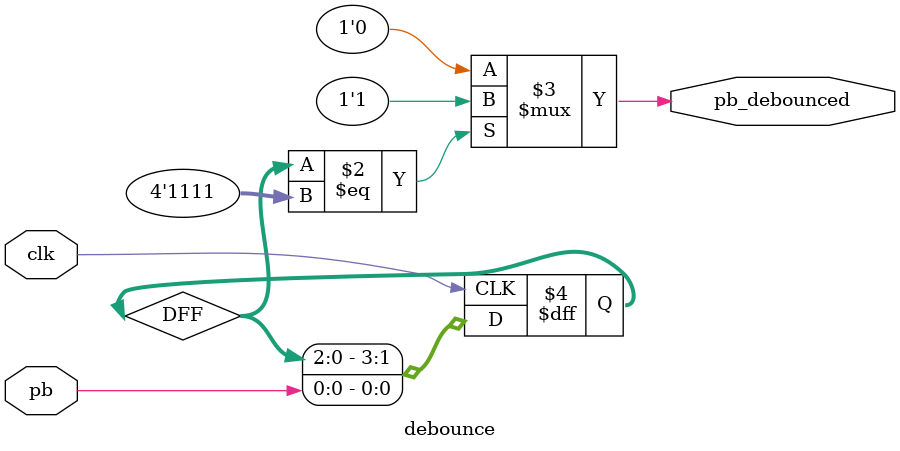
<source format=v>
`timescale 1ns/1ps 

module topmodule(PS2_DATA, PS2_CLK, clk, rstbutt, in5butt, in10butt, in50butt, cancelbutt, anode, cathode, a, s, d, f, b1, b2, b3,b4);
    inout wire PS2_DATA;
	inout wire PS2_CLK;
    input clk;
    input rstbutt; 
    input in5butt;
    input in10butt;
    input in50butt;
    input cancelbutt;
    output [3:0] anode;
    output [6:0] cathode;
    
    //keyboard stuffs
    wire [511:0] key_down;
    wire [8:0] last_change;
    wire key_valid;
    output a,s,d,f,b1,b2,b3,b4;
    assign ak = (key_down[9'b0_0001_1100]) ? 1'b1 : 1'b0;
	assign sk = (key_down[9'b0_0001_1011]) ? 1'b1 : 1'b0;
	assign dk = (key_down[9'b0_0010_0011]) ? 1'b1 : 1'b0;
    assign fk = (key_down[9'b0_0010_1011]) ? 1'b1 : 1'b0;    
	assign b1 = (key_down[9'b0_0001_0110]) ? 1'b1 : 1'b0;
	assign b2 = (key_down[9'b0_0001_1110]) ? 1'b1 : 1'b0;
    assign b3 = (key_down[9'b0_0010_0110]) ? 1'b1 : 1'b0;  
    assign b4 = (key_down[9'b0_0101_1010]) ? 1'b1 : 1'b0;  
    
    //we hate button so we debug with keyboard first then fix the annoying button XD
    wire b1k,b2k,b3k,b4k;
    assign b1k = (key_down[9'b0_0001_0110]) ? 1'b1 : 1'b0; //1
	assign b2k = (key_down[9'b0_0001_1110]) ? 1'b1 : 1'b0; //2
    assign b3k = (key_down[9'b0_0010_0110]) ? 1'b1 : 1'b0; //3
    assign b4k = (key_down[9'b0_0101_1010]) ? 1'b1 : 1'b0; //enter
    //we hate button so we debug with keyboard first then fix the annoying button XD
    
    
    KeyboardDecoder kbdecoder0(
        .key_down(key_down),
        .last_change(last_change),
        .key_valid(key_valid),
        .PS2_DATA(PS2_DATA),
        .PS2_CLK(PS2_CLK),
        .rst(rst),
        .clk(clk)
    );
    
    //2^7 = 128
    reg [6:0]bal;
    reg [6:0]nextbal;
    
    
    wire pdrst, pb5, pd10, pd50, pbcancel;
    //button stuff
    wire clk_div;
    Clock_Divider cd(clk, clk_div);
    //module debounce (pb_debounced, pb, clk);
    debounce db0(pbrst, rstbutt, clk);
    debounce db1(pb5, in5butt, clk);
    debounce db2(pb10, in10butt, clk);
    debounce db3(pb50, in50butt, clk);
    debounce db4(pbcancel, cancelbutt, clk);
    wire oprst, op5, op10, op50, opcancel;
    //module onepulse (op, butt, clk);
    onepulse op0(oprst, pbrst, clk_div);
    onepulse op1(op5, pb5, clk_div);
    onepulse op2(op10, pb10, clk_div);
    onepulse op3(op50, pb50, clk_div);
    onepulse op4(opcancel, pbcancel, clk_div);
    
    

    anodecathode disp0(bal, clk, anode, cathode);
    
    //module divider100(clk, out);
    wire clk100, clk50, clktest;
    divider100 div100(clk, clk100);
    divider50 div50(clk, clk50);
    dividertest test(clk, clktest);
    reg [2:0]per5;
    reg fin;
    
//    always@(*)begin
//        if (fin ==1'd1) begin
//            per5 = 3'd5;
//        end else begin
//            per5 = 3'd0;
//            nextbal = 7'd0;
//        end
//    end
    always @(posedge clktest) begin
        if (fin ==1'd1) begin
            per5 = 3'd5;
            nextbal = bal;
        end else begin
            per5 = 3'd0;
            nextbal = 7'd0;
        end
        if (bal == 7'd0) fin = 1'd0;
        
        if(op5)begin
            if(bal > 7'd95) begin
                nextbal = bal;
            end else begin
                nextbal = bal + 7'd5;
            end
        end
        else if(op10)begin
            if(bal > 7'd90) begin
                nextbal = bal;
            end else begin 
                nextbal = bal + 7'd10;
            end
        end
        else if(op50)begin
            if(bal > 7'd50) begin
                nextbal = bal;
            end else begin 
                nextbal = bal + 7'd50;
            end
        end 
        else if(ak)begin //cofee80
            if(bal < 7'd80) begin 
                nextbal = bal;
            end else begin
                if (bal - 7'd80 == 7'd0) begin nextbal = 0; fin = 1'd0; end
                else begin
                    nextbal <= bal - 7'd80;
                    fin <= 1'd1;
                end
            end
        end
        else if(sk)begin //coke30
            if(bal < 7'd30) begin 
                nextbal = bal;
            end else begin 
                if (bal - 7'd30 == 7'd0) begin nextbal = 0; fin = 1'd0; end
                else begin
                    nextbal <= bal - 7'd30;
                    fin <= 1'd1;
                end
            end
        end
        else if(dk)begin //ollong25
            if(bal < 7'd25) begin
                nextbal = bal;
            end else begin 
                if (bal - 7'd25 == 7'd0) begin nextbal = 0; fin = 1'd0; end
                else begin
                    nextbal <= bal - 7'd25;
                    fin <= 1'd1;
                end
            end
        end 
        else if(fk)begin //water 20
            if(bal < 7'd20) begin
                nextbal = bal;
            end else begin 
            if (bal - 7'd20 == 7'd0) begin nextbal = 0; fin = 1'd0; end
                else begin
                    nextbal <= bal - 7'd20;
                    fin <= 1'd1;
                end
            end
        end 
        else if (opcancel) begin
            fin = 1'd1;
        end
        else begin   
            if (bal == 7'd0) begin
                fin = 1'd0;
            end else begin
                if (bal-per5 == 7'd0) begin
                    nextbal = 7'd0;
                end else nextbal = bal - per5;        
            end
        end
    end
    
    
    
    always @(posedge clk_div)begin
        if(oprst)begin
            bal <= 7'd0;
//            nextbal <= 7'd0;
        end
        else begin
            bal <= nextbal;

        end
    end
    
endmodule

module divider50(clk, out);
    input clk;
    output reg out;
    
    reg [30:0]cnt;
    
    always @(posedge clk)begin
        if(cnt == 30'd50_000_000)begin
            cnt <= 30'd0;
            out <= 1'd1;
        end
        else begin
            cnt <= cnt + 1'b1;
            out <= 1'd0;
        end
    end
endmodule
module divider100(clk, out);
    input clk;
    output reg out;
    
    reg [30:0]cnt;
    
    always @(posedge clk)begin
        if(cnt == 30'd100_000_000)begin
            cnt <= 30'd0;
            out <= 1'd1;
        end
        else begin
            cnt <= cnt + 1'b1;
            out <= 1'd0;
        end
    end
endmodule
module dividertest(clk, out);
    input clk;
    output reg out;
    
    reg [30:0]cnt;
    
    always @(posedge clk)begin
        if(cnt == 30'd1_000_000)begin
            cnt <= 30'd0;
            out <= 1'd1;
        end
        else begin
            cnt <= cnt + 1'b1;
            out <= 1'd0;
        end
    end
endmodule
module anodecathode(bal, clk, anode, cathode);
    input [7:0] bal;
    input clk;
    output reg [3:0] anode;
    output [6:0] cathode;
    
    reg[3:0] digit;
    getcathode gc0(digit, cathode);
    
    wire [1:0] clkdisp;
    dispclk clk1(clk, clkdisp);    
    always @(*) begin
        case(clkdisp)
            2'b00:begin
                anode = 4'b1110;
                digit = ((bal % 100) % 10);
            end
            2'b01:begin
                anode = 4'b1101;
                if(bal < 10) digit = 4'd10;
                else digit = (bal % 100) / 10;
            end
            2'b10:begin
                anode = 4'b1011;
                if(bal < 100) digit = 4'd10;
                else digit = 4'd1;
            end
            2'b11:begin
                anode = 4'b0111;
                digit = 4'd10;
            end
            default:begin
                anode = 4'b1111;
                digit = 4'd10;
            end
        endcase

    end
endmodule

module getcathode(digit, cathode);
    input [3:0] digit;
    output reg [6:0] cathode;
    always@(*) begin        
        case(digit)
            4'd0: cathode = 7'b0000001;
            4'd1: cathode = 7'b1001111;
            4'd2: cathode = 7'b0010010;
            4'd3: cathode = 7'b0000110;
            4'd4: cathode = 7'b1001100;
            4'd5: cathode = 7'b0100100;
            4'd6: cathode = 7'b0100000;
            4'd7: cathode = 7'b0001111;
            4'd8: cathode = 7'b0000000;
            4'd9: cathode = 7'b0000100;
            default: cathode = 7'b1111111;
        endcase
    end
endmodule

module dispclk(clk, out);
    input clk;
    output reg [1:0]out;
    
    reg [30:0]cnt;
    
    always @(posedge clk)begin
        cnt <= cnt + 1'b1;
        out <= cnt[18:17];

    end
endmodule

module Clock_Divider(clk, clk_div);
    input clk;
    output reg clk_div;
    
    reg[23:0] Counter;
    
    always @(posedge clk) Counter <= Counter + 1'b1;
    
    always @(*) clk_div = Counter[23]; 
    
endmodule

module onepulse (op, butt, clk);
    output op;
    input butt;
    input clk;
    reg signal_delay;
    reg op;
    
    always @(posedge clk) begin
        if (butt == 1'b1 & signal_delay == 1'b0) begin
            op <= 1'b1;
        end else begin 
            op <= 1'b0;
        end
        signal_delay <= butt;
        
    end
endmodule

module debounce (pb_debounced, pb, clk);
    output pb_debounced; // signal of a pushbutton after being debounced
    input pb; // signal from a pushbutton
    input clk;

    reg [3:0] DFF; // use shift_reg to filter pushbutton bounce
        always @(posedge clk)begin
            DFF[3:1] <= DFF[2:0];
            DFF[0] <= pb;
        end
        assign pb_debounced = ((DFF == 4'b1111) ? 1'b1 : 1'b0);
endmodule

//Missing KeyboardDecoder because in Dicsussion no 79315 it says we only need to submit code that we write on our own
</source>
